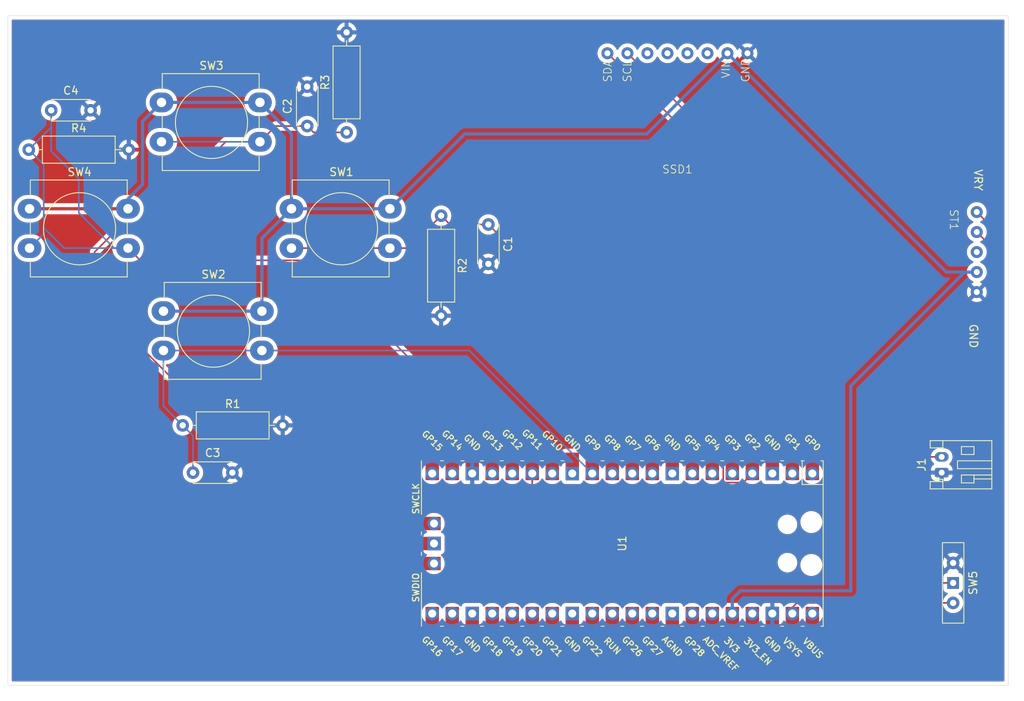
<source format=kicad_pcb>
(kicad_pcb (version 20240108) (generator "pcbnew") (generator_version "8.0")
  (layers (0 "F.Cu" signal) (31 "B.Cu" signal) (34 "B.Paste" user) (35 "F.Paste" user) (36 "B.SilkS" user "B.Silkscreen") (37 "F.SilkS" user "F.Silkscreen") (38 "B.Mask" user) (39 "F.Mask" user) (44 "Edge.Cuts" user))
  (net 0 "")
  (net 1 "/A")
  (net 2 "GND")
  (net 3 "/C")
  (net 4 "/B")
  (net 5 "/D")
  (net 6 "Net-(J1-Pin_2)")
  (net 9 "/SCL")
  (net 10 "+3.3V")
  (net 11 "/SDA")
  (net 15 "/VRX")
  (net 16 "/VRY")
  (net 17 "+3.7V")
  (footprint "Button_Switch_THT:SW_PUSH-12mm_Wuerth-430476085716" (layer "F.Cu") (at 161.5 70)
    (property "Reference" "SW3" (at 6.35 -4.66 0) (layer "F.SilkS"))
    (property "Value" "SW_Push")
    (fp_line (start 0.1 -3.65) (end 12.4 -3.65) (stroke (width 0.12)) (layer "F.SilkS"))
    (fp_line (start 0.1 -1.53) (end 0.1 -3.65) (stroke (width 0.12)) (layer "F.SilkS"))
    (fp_line (start 0.1 3.47) (end 0.1 1.53) (stroke (width 0.12)) (layer "F.SilkS"))
    (fp_line (start 0.1 8.65) (end 0.1 6.53) (stroke (width 0.12)) (layer "F.SilkS"))
    (fp_line (start 12.4 -3.65) (end 12.4 -1.53) (stroke (width 0.12)) (layer "F.SilkS"))
    (fp_line (start 12.4 1.53) (end 12.4 3.47) (stroke (width 0.12)) (layer "F.SilkS"))
    (fp_line (start 12.4 6.53) (end 12.4 8.65) (stroke (width 0.12)) (layer "F.SilkS"))
    (fp_line (start 12.4 8.65) (end 0.1 8.65) (stroke (width 0.12)) (layer "F.SilkS"))
    (fp_circle (center 6.35 2.54) (end 10.92905 2.54) (stroke (width 0.12)) (fill none) (layer "F.SilkS"))
    (pad "1" thru_hole oval (at 0 0) (size 3 2.5) (drill 1.2) (layers "*.Cu" "*.Mask") (net 10 "+3.3V"))
    (pad "1" thru_hole oval (at 12.5 0) (size 3 2.5) (drill 1.2) (layers "*.Cu" "*.Mask") (net 10 "+3.3V"))
    (pad "2" thru_hole oval (at 0 5) (size 3 2.5) (drill 1.2) (layers "*.Cu" "*.Mask") (net 3 "/C"))
    (pad "2" thru_hole oval (at 12.5 5) (size 3 2.5) (drill 1.2) (layers "*.Cu" "*.Mask") (net 3 "/C"))
  )
  (footprint "videogameFootprints:Screen" (layer "F.Cu") (at 227 79)
    (property "Reference" "SSD1" (at 0 -0.5 0) (layer "F.SilkS") (effects (font (thickness 0.1))))
    (property "Value" "~")
    (fp_text user "SCL" (at -5.77 -11.5 90) (layer "F.SilkS") (effects (font (thickness 0.1)) (justify left bottom)))
    (fp_text user "SDA" (at -8.27 -11.5 90) (layer "F.SilkS") (effects (font (thickness 0.1)) (justify left bottom)))
    (fp_text user "VIN" (at 6.73 -12 90) (layer "F.SilkS") (effects (font (thickness 0.1)) (justify left bottom)))
    (fp_text user "GND" (at 9.23 -11.5 90) (layer "F.SilkS") (effects (font (thickness 0.1)) (justify left bottom)))
    (pad "1" thru_hole circle (at -8.89 -15.24) (size 1.524 1.524) (drill 0.762) (layers "*.Cu" "*.Mask") (net 11 "/SDA"))
    (pad "2" thru_hole circle (at -6.35 -15.24) (size 1.524 1.524) (drill 0.762) (layers "*.Cu" "*.Mask") (net 9 "/SCL"))
    (pad "3" thru_hole circle (at -3.81 -15.24) (size 1.524 1.524) (drill 0.762) (layers "*.Cu" "*.Mask"))
    (pad "4" thru_hole circle (at -1.27 -15.24) (size 1.524 1.524) (drill 0.762) (layers "*.Cu" "*.Mask"))
    (pad "5" thru_hole circle (at 1.27 -15.24) (size 1.524 1.524) (drill 0.762) (layers "*.Cu" "*.Mask"))
    (pad "6" thru_hole circle (at 3.81 -15.24) (size 1.524 1.524) (drill 0.762) (layers "*.Cu" "*.Mask"))
    (pad "7" thru_hole circle (at 6.35 -15.24) (size 1.524 1.524) (drill 0.762) (layers "*.Cu" "*.Mask") (net 10 "+3.3V"))
    (pad "8" thru_hole circle (at 8.89 -15.24) (size 1.524 1.524) (drill 0.762) (layers "*.Cu" "*.Mask") (net 2 "GND"))
  )
  (footprint "Button_Switch_THT:SW_Slide-03_Wuerth-WS-SLTV_10x2.5x6.4_P2.54mm" (layer "F.Cu") (at 262 131 -90)
    (property "Reference" "SW5" (at 0 -2.54 90) (layer "F.SilkS"))
    (property "Value" "SW_Wuerth_450301014042")
    (fp_rect (start -5.11 -1.36) (end 5.11 1.36) (stroke (width 0.12)) (fill none) (layer "F.SilkS"))
    (pad "1" thru_hole rect (at 0 0 270) (size 1.5 1.5) (drill 0.8) (layers "*.Cu" "*.Mask") (net 6 "Net-(J1-Pin_2)"))
    (pad "2" thru_hole circle (at -2.54 0 270) (size 1.6 1.6) (drill 0.8) (layers "*.Cu" "*.Mask") (net 2 "GND"))
    (pad "3" thru_hole circle (at 2.54 0 270) (size 1.6 1.6) (drill 0.8) (layers "*.Cu" "*.Mask") (net 17 "+3.7V"))
  )
  (footprint "Connector_JST:JST_PH_S2B-PH-K_1x02_P2.00mm_Horizontal" (layer "F.Cu") (at 260.55 117 90)
    (property "Reference" "J1" (at 1 -2.55 90) (layer "F.SilkS"))
    (property "Value" "Conn_01x02")
    (fp_line (start 4.06 -1.46) (end 3.14 -1.46) (stroke (width 0.12)) (layer "F.SilkS"))
    (fp_line (start 3.14 -1.46) (end 3.14 0.14) (stroke (width 0.12)) (layer "F.SilkS"))
    (fp_line (start -1.14 -1.46) (end -2.06 -1.46) (stroke (width 0.12)) (layer "F.SilkS"))
    (fp_line (start -2.06 -1.46) (end -2.06 6.36) (stroke (width 0.12)) (layer "F.SilkS"))
    (fp_line (start 4.06 0.14) (end 3.14 0.14) (stroke (width 0.12)) (layer "F.SilkS"))
    (fp_line (start 3.14 0.14) (end 2.86 0.14) (stroke (width 0.12)) (layer "F.SilkS"))
    (fp_line (start -0.86 0.14) (end -0.86 -1.075) (stroke (width 0.12)) (layer "F.SilkS"))
    (fp_line (start -0.86 0.14) (end -1.14 0.14) (stroke (width 0.12)) (layer "F.SilkS"))
    (fp_line (start -1.14 0.14) (end -1.14 -1.46) (stroke (width 0.12)) (layer "F.SilkS"))
    (fp_line (start -2.06 0.14) (end -1.14 0.14) (stroke (width 0.12)) (layer "F.SilkS"))
    (fp_line (start 1.5 2) (end 1.5 6.36) (stroke (width 0.12)) (layer "F.SilkS"))
    (fp_line (start 0.5 2) (end 1.5 2) (stroke (width 0.12)) (layer "F.SilkS"))
    (fp_line (start 3.3 2.5) (end 3.3 4.1) (stroke (width 0.12)) (layer "F.SilkS"))
    (fp_line (start 2.3 2.5) (end 3.3 2.5) (stroke (width 0.12)) (layer "F.SilkS"))
    (fp_line (start -0.3 2.5) (end -1.3 2.5) (stroke (width 0.12)) (layer "F.SilkS"))
    (fp_line (start -1.3 2.5) (end -1.3 4.1) (stroke (width 0.12)) (layer "F.SilkS"))
    (fp_line (start 3.3 4.1) (end 2.3 4.1) (stroke (width 0.12)) (layer "F.SilkS"))
    (fp_line (start 2.3 4.1) (end 2.3 2.5) (stroke (width 0.12)) (layer "F.SilkS"))
    (fp_line (start -0.3 4.1) (end -0.3 2.5) (stroke (width 0.12)) (layer "F.SilkS"))
    (fp_line (start -0.3 4.1) (end -0.3 6.36) (stroke (width 0.12)) (layer "F.SilkS"))
    (fp_line (start -0.8 4.1) (end -0.8 6.36) (stroke (width 0.12)) (layer "F.SilkS"))
    (fp_line (start -1.3 4.1) (end -0.3 4.1) (stroke (width 0.12)) (layer "F.SilkS"))
    (fp_line (start 4.06 6.36) (end 4.06 -1.46) (stroke (width 0.12)) (layer "F.SilkS"))
    (fp_line (start 0.5 6.36) (end 0.5 2) (stroke (width 0.12)) (layer "F.SilkS"))
    (fp_line (start -2.06 6.36) (end 4.06 6.36) (stroke (width 0.12)) (layer "F.SilkS"))
    (pad "1" thru_hole roundrect (at 0 0 90) (size 1.2 1.75) (drill 0.75) (layers "*.Cu" "*.Mask") (roundrect_rratio 0.208333) (net 2 "GND"))
    (pad "2" thru_hole oval (at 2 0 90) (size 1.2 1.75) (drill 0.75) (layers "*.Cu" "*.Mask") (net 6 "Net-(J1-Pin_2)"))
  )
  (footprint "Button_Switch_THT:SW_PUSH-12mm_Wuerth-430476085716" (layer "F.Cu") (at 178 83.5)
    (property "Reference" "SW1" (at 6.35 -4.66 0) (layer "F.SilkS"))
    (property "Value" "SW_Push")
    (fp_line (start 0.1 -3.65) (end 12.4 -3.65) (stroke (width 0.12)) (layer "F.SilkS"))
    (fp_line (start 0.1 -1.53) (end 0.1 -3.65) (stroke (width 0.12)) (layer "F.SilkS"))
    (fp_line (start 0.1 3.47) (end 0.1 1.53) (stroke (width 0.12)) (layer "F.SilkS"))
    (fp_line (start 0.1 8.65) (end 0.1 6.53) (stroke (width 0.12)) (layer "F.SilkS"))
    (fp_line (start 12.4 -3.65) (end 12.4 -1.53) (stroke (width 0.12)) (layer "F.SilkS"))
    (fp_line (start 12.4 1.53) (end 12.4 3.47) (stroke (width 0.12)) (layer "F.SilkS"))
    (fp_line (start 12.4 6.53) (end 12.4 8.65) (stroke (width 0.12)) (layer "F.SilkS"))
    (fp_line (start 12.4 8.65) (end 0.1 8.65) (stroke (width 0.12)) (layer "F.SilkS"))
    (fp_circle (center 6.35 2.54) (end 10.92905 2.54) (stroke (width 0.12)) (fill none) (layer "F.SilkS"))
    (pad "1" thru_hole oval (at 0 0) (size 3 2.5) (drill 1.2) (layers "*.Cu" "*.Mask") (net 10 "+3.3V"))
    (pad "1" thru_hole oval (at 12.5 0) (size 3 2.5) (drill 1.2) (layers "*.Cu" "*.Mask") (net 10 "+3.3V"))
    (pad "2" thru_hole oval (at 0 5) (size 3 2.5) (drill 1.2) (layers "*.Cu" "*.Mask") (net 1 "/A"))
    (pad "2" thru_hole oval (at 12.5 5) (size 3 2.5) (drill 1.2) (layers "*.Cu" "*.Mask") (net 1 "/A"))
  )
  (footprint "Resistor_THT:R_Axial_DIN0309_L9.0mm_D3.2mm_P12.70mm_Horizontal" (layer "F.Cu") (at 185 73.81 90)
    (property "Reference" "R3" (at 6.35 -2.72 90) (layer "F.SilkS"))
    (property "Value" "R")
    (fp_line (start 10.97 -1.72) (end 1.73 -1.72) (stroke (width 0.12)) (layer "F.SilkS"))
    (fp_line (start 1.73 -1.72) (end 1.73 1.72) (stroke (width 0.12)) (layer "F.SilkS"))
    (fp_line (start 11.66 0) (end 10.97 0) (stroke (width 0.12)) (layer "F.SilkS"))
    (fp_line (start 1.04 0) (end 1.73 0) (stroke (width 0.12)) (layer "F.SilkS"))
    (fp_line (start 10.97 1.72) (end 10.97 -1.72) (stroke (width 0.12)) (layer "F.SilkS"))
    (fp_line (start 1.73 1.72) (end 10.97 1.72) (stroke (width 0.12)) (layer "F.SilkS"))
    (pad "1" thru_hole circle (at 0 0 90) (size 1.6 1.6) (drill 0.8) (layers "*.Cu" "*.Mask") (net 3 "/C"))
    (pad "2" thru_hole oval (at 12.7 0 90) (size 1.6 1.6) (drill 0.8) (layers "*.Cu" "*.Mask") (net 2 "GND"))
  )
  (footprint "Button_Switch_THT:SW_PUSH-12mm_Wuerth-430476085716" (layer "F.Cu") (at 144.75 83.5)
    (property "Reference" "SW4" (at 6.35 -4.66 0) (layer "F.SilkS"))
    (property "Value" "SW_Push")
    (fp_line (start 0.1 -3.65) (end 12.4 -3.65) (stroke (width 0.12)) (layer "F.SilkS"))
    (fp_line (start 0.1 -1.53) (end 0.1 -3.65) (stroke (width 0.12)) (layer "F.SilkS"))
    (fp_line (start 0.1 3.47) (end 0.1 1.53) (stroke (width 0.12)) (layer "F.SilkS"))
    (fp_line (start 0.1 8.65) (end 0.1 6.53) (stroke (width 0.12)) (layer "F.SilkS"))
    (fp_line (start 12.4 -3.65) (end 12.4 -1.53) (stroke (width 0.12)) (layer "F.SilkS"))
    (fp_line (start 12.4 1.53) (end 12.4 3.47) (stroke (width 0.12)) (layer "F.SilkS"))
    (fp_line (start 12.4 6.53) (end 12.4 8.65) (stroke (width 0.12)) (layer "F.SilkS"))
    (fp_line (start 12.4 8.65) (end 0.1 8.65) (stroke (width 0.12)) (layer "F.SilkS"))
    (fp_circle (center 6.35 2.54) (end 10.92905 2.54) (stroke (width 0.12)) (fill none) (layer "F.SilkS"))
    (pad "1" thru_hole oval (at 0 0) (size 3 2.5) (drill 1.2) (layers "*.Cu" "*.Mask") (net 10 "+3.3V"))
    (pad "1" thru_hole oval (at 12.5 0) (size 3 2.5) (drill 1.2) (layers "*.Cu" "*.Mask") (net 10 "+3.3V"))
    (pad "2" thru_hole oval (at 0 5) (size 3 2.5) (drill 1.2) (layers "*.Cu" "*.Mask") (net 5 "/D"))
    (pad "2" thru_hole oval (at 12.5 5) (size 3 2.5) (drill 1.2) (layers "*.Cu" "*.Mask") (net 5 "/D"))
  )
  (footprint "Resistor_THT:R_Axial_DIN0309_L9.0mm_D3.2mm_P12.70mm_Horizontal" (layer "F.Cu") (at 144.65 76)
    (property "Reference" "R4" (at 6.35 -2.72 0) (layer "F.SilkS"))
    (property "Value" "R")
    (fp_line (start 1.04 0) (end 1.73 0) (stroke (width 0.12)) (layer "F.SilkS"))
    (fp_line (start 1.73 -1.72) (end 1.73 1.72) (stroke (width 0.12)) (layer "F.SilkS"))
    (fp_line (start 1.73 1.72) (end 10.97 1.72) (stroke (width 0.12)) (layer "F.SilkS"))
    (fp_line (start 10.97 -1.72) (end 1.73 -1.72) (stroke (width 0.12)) (layer "F.SilkS"))
    (fp_line (start 10.97 1.72) (end 10.97 -1.72) (stroke (width 0.12)) (layer "F.SilkS"))
    (fp_line (start 11.66 0) (end 10.97 0) (stroke (width 0.12)) (layer "F.SilkS"))
    (pad "1" thru_hole circle (at 0 0) (size 1.6 1.6) (drill 0.8) (layers "*.Cu" "*.Mask") (net 5 "/D"))
    (pad "2" thru_hole oval (at 12.7 0) (size 1.6 1.6) (drill 0.8) (layers "*.Cu" "*.Mask") (net 2 "GND"))
  )
  (footprint "PICOFOOTPRINTLIB:RPi_Pico_SMD_TH" (layer "F.Cu") (at 220 126 -90)
    (property "Reference" "U1" (at 0 0 90) (layer "F.SilkS"))
    (property "Value" "Pico")
    (fp_line (start -3.7 25.5) (end -10.5 25.5) (stroke (width 0.12)) (layer "F.SilkS"))
    (fp_line (start -1.5 25.5) (end -1.1 25.5) (stroke (width 0.12)) (layer "F.SilkS"))
    (fp_line (start 1.1 25.5) (end 1.5 25.5) (stroke (width 0.12)) (layer "F.SilkS"))
    (fp_line (start 10.5 25.5) (end 3.7 25.5) (stroke (width 0.12)) (layer "F.SilkS"))
    (fp_line (start -10.5 22.7) (end -10.5 23.1) (stroke (width 0.12)) (layer "F.SilkS"))
    (fp_line (start 10.5 22.7) (end 10.5 23.1) (stroke (width 0.12)) (layer "F.SilkS"))
    (fp_line (start -10.5 20.1) (end -10.5 20.5) (stroke (width 0.12)) (layer "F.SilkS"))
    (fp_line (start 10.5 20.1) (end 10.5 20.5) (stroke (width 0.12)) (layer "F.SilkS"))
    (fp_line (start -10.5 17.6) (end -10.5 18) (stroke (width 0.12)) (layer "F.SilkS"))
    (fp_line (start 10.5 17.6) (end 10.5 18) (stroke (width 0.12)) (layer "F.SilkS"))
    (fp_line (start -10.5 15.1) (end -10.5 15.5) (stroke (width 0.12)) (layer "F.SilkS"))
    (fp_line (start 10.5 15.1) (end 10.5 15.5) (stroke (width 0.12)) (layer "F.SilkS"))
    (fp_line (start -10.5 12.5) (end -10.5 12.9) (stroke (width 0.12)) (layer "F.SilkS"))
    (fp_line (start 10.5 12.5) (end 10.5 12.9) (stroke (width 0.12)) (layer "F.SilkS"))
    (fp_line (start -10.5 10) (end -10.5 10.4) (stroke (width 0.12)) (layer "F.SilkS"))
    (fp_line (start 10.5 10) (end 10.5 10.4) (stroke (width 0.12)) (layer "F.SilkS"))
    (fp_line (start -10.5 7.4) (end -10.5 7.8) (stroke (width 0.12)) (layer "F.SilkS"))
    (fp_line (start 10.5 7.4) (end 10.5 7.8) (stroke (width 0.12)) (layer "F.SilkS"))
    (fp_line (start -10.5 4.9) (end -10.5 5.3) (stroke (width 0.12)) (layer "F.SilkS"))
    (fp_line (start 10.5 4.9) (end 10.5 5.3) (stroke (width 0.12)) (layer "F.SilkS"))
    (fp_line (start -10.5 2.3) (end -10.5 2.7) (stroke (width 0.12)) (layer "F.SilkS"))
    (fp_line (start 10.5 2.3) (end 10.5 2.7) (stroke (width 0.12)) (layer "F.SilkS"))
    (fp_line (start -10.5 -0.2) (end -10.5 0.2) (stroke (width 0.12)) (layer "F.SilkS"))
    (fp_line (start 10.5 -0.2) (end 10.5 0.2) (stroke (width 0.12)) (layer "F.SilkS"))
    (fp_line (start -10.5 -2.7) (end -10.5 -2.3) (stroke (width 0.12)) (layer "F.SilkS"))
    (fp_line (start 10.5 -2.7) (end 10.5 -2.3) (stroke (width 0.12)) (layer "F.SilkS"))
    (fp_line (start -10.5 -5.3) (end -10.5 -4.9) (stroke (width 0.12)) (layer "F.SilkS"))
    (fp_line (start 10.5 -5.3) (end 10.5 -4.9) (stroke (width 0.12)) (layer "F.SilkS"))
    (fp_line (start -10.5 -7.8) (end -10.5 -7.4) (stroke (width 0.12)) (layer "F.SilkS"))
    (fp_line (start 10.5 -7.8) (end 10.5 -7.4) (stroke (width 0.12)) (layer "F.SilkS"))
    (fp_line (start -10.5 -10.4) (end -10.5 -10) (stroke (width 0.12)) (layer "F.SilkS"))
    (fp_line (start 10.5 -10.4) (end 10.5 -10) (stroke (width 0.12)) (layer "F.SilkS"))
    (fp_line (start -10.5 -12.9) (end -10.5 -12.5) (stroke (width 0.12)) (layer "F.SilkS"))
    (fp_line (start 10.5 -12.9) (end 10.5 -12.5) (stroke (width 0.12)) (layer "F.SilkS"))
    (fp_line (start -10.5 -15.4) (end -10.5 -15) (stroke (width 0.12)) (layer "F.SilkS"))
    (fp_line (start 10.5 -15.4) (end 10.5 -15) (stroke (width 0.12)) (layer "F.SilkS"))
    (fp_line (start -10.5 -18) (end -10.5 -17.6) (stroke (width 0.12)) (layer "F.SilkS"))
    (fp_line (start 10.5 -18) (end 10.5 -17.6) (stroke (width 0.12)) (layer "F.SilkS"))
    (fp_line (start -10.5 -20.5) (end -10.5 -20.1) (stroke (width 0.12)) (layer "F.SilkS"))
    (fp_line (start 10.5 -20.5) (end 10.5 -20.1) (stroke (width 0.12)) (layer "F.SilkS"))
    (fp_line (start -10.5 -22.833) (end -7.493 -22.833) (stroke (width 0.12)) (layer "F.SilkS"))
    (fp_line (start -7.493 -22.833) (end -7.493 -25.5) (stroke (width 0.12)) (layer "F.SilkS"))
    (fp_line (start -10.5 -23.1) (end -10.5 -22.7) (stroke (width 0.12)) (layer "F.SilkS"))
    (fp_line (start 10.5 -23.1) (end 10.5 -22.7) (stroke (width 0.12)) (layer "F.SilkS"))
    (fp_line (start -10.5 -25.5) (end -10.5 -25.2) (stroke (width 0.12)) (layer "F.SilkS"))
    (fp_line (start -10.5 -25.5) (end 10.5 -25.5) (stroke (width 0.12)) (layer "F.SilkS"))
    (fp_line (start 10.5 -25.5) (end 10.5 -25.2) (stroke (width 0.12)) (layer "F.SilkS"))
    (fp_text user "GP0" (at -12.8 -24.13 135) (layer "F.SilkS") (effects (font (size 0.8 0.8))))
    (fp_text user "GP13" (at -13.054 16.51 135) (layer "F.SilkS") (effects (font (size 0.8 0.8))))
    (fp_text user "GP12" (at -13.2 13.97 135) (layer "F.SilkS") (effects (font (size 0.8 0.8))))
    (fp_text user "GP10" (at -13.054 8.89 135) (layer "F.SilkS") (effects (font (size 0.8 0.8))))
    (fp_text user "GP1" (at -12.9 -21.6 135) (layer "F.SilkS") (effects (font (size 0.8 0.8))))
    (fp_text user "GP17" (at 13.054 21.59 135) (layer "F.SilkS") (effects (font (size 0.8 0.8))))
    (fp_text user "GND" (at -12.8 -19.05 135) (layer "F.SilkS") (effects (font (size 0.8 0.8))))
    (fp_text user "ADC_VREF" (at 14 -12.5 135) (layer "F.SilkS") (effects (font (size 0.8 0.8))))
    (fp_text user "VBUS" (at 13.3 -24.2 135) (layer "F.SilkS") (effects (font (size 0.8 0.8))))
    (fp_text user "GP11" (at -13.2 11.43 135) (layer "F.SilkS") (effects (font (size 0.8 0.8))))
    (fp_text user "GP28" (at 13.054 -9.144 135) (layer "F.SilkS") (effects (font (size 0.8 0.8))))
    (fp_text user "GND" (at 12.8 -19.05 135) (layer "F.SilkS") (effects (font (size 0.8 0.8))))
    (fp_text user "GND" (at -12.8 6.35 135) (layer "F.SilkS") (effects (font (size 0.8 0.8))))
    (fp_text user "AGND" (at 13.054 -6.35 135) (layer "F.SilkS") (effects (font (size 0.8 0.8))))
    (fp_text user "GP18" (at 13.054 16.51 135) (layer "F.SilkS") (effects (font (size 0.8 0.8))))
    (fp_text user "3V3" (at 12.9 -13.9 135) (layer "F.SilkS") (effects (font (size 0.8 0.8))))
    (fp_text user "GP2" (at -12.9 -16.51 135) (layer "F.SilkS") (effects (font (size 0.8 0.8))))
    (fp_text user "GP8" (at -12.8 1.27 135) (layer "F.SilkS") (effects (font (size 0.8 0.8))))
    (fp_text user "GP4" (at -12.8 -11.43 135) (layer "F.SilkS") (effects (font (size 0.8 0.8))))
    (fp_text user "GP3" (at -12.8 -13.97 135) (layer "F.SilkS") (effects (font (size 0.8 0.8))))
    (fp_text user "GP9" (at -12.8 3.81 135) (layer "F.SilkS") (effects (font (size 0.8 0.8))))
    (fp_text user "GND" (at -12.8 -6.35 135) (layer "F.SilkS") (effects (font (size 0.8 0.8))))
    (fp_text user "GND" (at 12.8 19.05 135) (layer "F.SilkS") (effects (font (size 0.8 0.8))))
    (fp_text user "GP5" (at -12.8 -8.89 135) (layer "F.SilkS") (effects (font (size 0.8 0.8))))
    (fp_text user "GND" (at -12.8 19.05 135) (layer "F.SilkS") (effects (font (size 0.8 0.8))))
    (fp_text user "SWDIO" (at 5.6 26.2 90) (layer "F.SilkS") (effects (font (size 0.8 0.8))))
    (fp_text user "SWCLK" (at -5.7 26.2 90) (layer "F.SilkS") (effects (font (size 0.8 0.8))))
    (fp_text user "GP15" (at -13.054 24.13 135) (layer "F.SilkS") (effects (font (size 0.8 0.8))))
    (fp_text user "GP20" (at 13.054 11.43 135) (layer "F.SilkS") (effects (font (size 0.8 0.8))))
    (fp_text user "GP14" (at -13.1 21.59 135) (layer "F.SilkS") (effects (font (size 0.8 0.8))))
    (fp_text user "GP19" (at 13.054 13.97 135) (layer "F.SilkS") (effects (font (size 0.8 0.8))))
    (fp_text user "GP6" (at -12.8 -3.81 135) (layer "F.SilkS") (effects (font (size 0.8 0.8))))
    (fp_text user "GP26" (at 13.054 -1.27 135) (layer "F.SilkS") (effects (font (size 0.8 0.8))))
    (fp_text user "GND" (at 12.8 6.35 135) (layer "F.SilkS") (effects (font (size 0.8 0.8))))
    (fp_text user "GP7" (at -12.7 -1.3 135) (layer "F.SilkS") (effects (font (size 0.8 0.8))))
    (fp_text user "GP16" (at 13.054 24.13 135) (layer "F.SilkS") (effects (font (size 0.8 0.8))))
    (fp_text user "VSYS" (at 13.2 -21.59 135) (layer "F.SilkS") (effects (font (size 0.8 0.8))))
    (fp_text user "GP22" (at 13.054 3.81 135) (layer "F.SilkS") (effects (font (size 0.8 0.8))))
    (fp_text user "RUN" (at 13 1.27 135) (layer "F.SilkS") (effects (font (size 0.8 0.8))))
    (fp_text user "GP21" (at 13.054 8.9 135) (layer "F.SilkS") (effects (font (size 0.8 0.8))))
    (fp_text user "3V3_EN" (at 13.7 -17.2 135) (layer "F.SilkS") (effects (font (size 0.8 0.8))))
    (fp_text user "GP27" (at 13.054 -3.8 135) (layer "F.SilkS") (effects (font (size 0.8 0.8))))
    (pad "" np_thru_hole oval (at -2.725 -24 270) (size 1.8 1.8) (drill 1.8) (layers "*.Cu" "*.Mask"))
    (pad "" np_thru_hole oval (at -2.425 -20.97 270) (size 1.5 1.5) (drill 1.5) (layers "*.Cu" "*.Mask"))
    (pad "" np_thru_hole oval (at 2.425 -20.97 270) (size 1.5 1.5) (drill 1.5) (layers "*.Cu" "*.Mask"))
    (pad "" np_thru_hole oval (at 2.725 -24 270) (size 1.8 1.8) (drill 1.8) (layers "*.Cu" "*.Mask"))
    (pad "1" thru_hole oval (at -8.89 -24.13 270) (size 1.7 1.7) (drill 1.02) (layers "*.Cu" "*.Mask"))
    (pad "1" smd rect (at -8.89 -24.13 270) (size 3.5 1.7) (drill (offset -0.9 0)) (layers "F.Cu" "F.Mask"))
    (pad "2" thru_hole oval (at -8.89 -21.59 270) (size 1.7 1.7) (drill 1.02) (layers "*.Cu" "*.Mask"))
    (pad "2" smd rect (at -8.89 -21.59 270) (size 3.5 1.7) (drill (offset -0.9 0)) (layers "F.Cu" "F.Mask"))
    (pad "3" thru_hole rect (at -8.89 -19.05 270) (size 1.7 1.7) (drill 1.02) (layers "*.Cu" "*.Mask"))
    (pad "3" smd rect (at -8.89 -19.05 270) (size 3.5 1.7) (drill (offset -0.9 0)) (layers "F.Cu" "F.Mask"))
    (pad "4" thru_hole oval (at -8.89 -16.51 270) (size 1.7 1.7) (drill 1.02) (layers "*.Cu" "*.Mask") (net 11 "/SDA"))
    (pad "4" smd rect (at -8.89 -16.51 270) (size 3.5 1.7) (drill (offset -0.9 0)) (layers "F.Cu" "F.Mask") (net 11 "/SDA"))
    (pad "5" thru_hole oval (at -8.89 -13.97 270) (size 1.7 1.7) (drill 1.02) (layers "*.Cu" "*.Mask") (net 9 "/SCL"))
    (pad "5" smd rect (at -8.89 -13.97 270) (size 3.5 1.7) (drill (offset -0.9 0)) (layers "F.Cu" "F.Mask") (net 9 "/SCL"))
    (pad "6" thru_hole oval (at -8.89 -11.43 270) (size 1.7 1.7) (drill 1.02) (layers "*.Cu" "*.Mask"))
    (pad "6" smd rect (at -8.89 -11.43 270) (size 3.5 1.7) (drill (offset -0.9 0)) (layers "F.Cu" "F.Mask"))
    (pad "7" thru_hole oval (at -8.89 -8.89 270) (size 1.7 1.7) (drill 1.02) (layers "*.Cu" "*.Mask"))
    (pad "7" smd rect (at -8.89 -8.89 270) (size 3.5 1.7) (drill (offset -0.9 0)) (layers "F.Cu" "F.Mask"))
    (pad "8" thru_hole rect (at -8.89 -6.35 270) (size 1.7 1.7) (drill 1.02) (layers "*.Cu" "*.Mask"))
    (pad "8" smd rect (at -8.89 -6.35 270) (size 3.5 1.7) (drill (offset -0.9 0)) (layers "F.Cu" "F.Mask"))
    (pad "9" thru_hole oval (at -8.89 -3.81 270) (size 1.7 1.7) (drill 1.02) (layers "*.Cu" "*.Mask"))
    (pad "9" smd rect (at -8.89 -3.81 270) (size 3.5 1.7) (drill (offset -0.9 0)) (layers "F.Cu" "F.Mask"))
    (pad "10" thru_hole oval (at -8.89 -1.27 270) (size 1.7 1.7) (drill 1.02) (layers "*.Cu" "*.Mask"))
    (pad "10" smd rect (at -8.89 -1.27 270) (size 3.5 1.7) (drill (offset -0.9 0)) (layers "F.Cu" "F.Mask"))
    (pad "11" thru_hole oval (at -8.89 1.27 270) (size 1.7 1.7) (drill 1.02) (layers "*.Cu" "*.Mask") (net 1 "/A"))
    (pad "11" smd rect (at -8.89 1.27 270) (size 3.5 1.7) (drill (offset -0.9 0)) (layers "F.Cu" "F.Mask") (net 1 "/A"))
    (pad "12" thru_hole oval (at -8.89 3.81 270) (size 1.7 1.7) (drill 1.02) (layers "*.Cu" "*.Mask") (net 4 "/B"))
    (pad "12" smd rect (at -8.89 3.81 270) (size 3.5 1.7) (drill (offset -0.9 0)) (layers "F.Cu" "F.Mask") (net 4 "/B"))
    (pad "13" thru_hole rect (at -8.89 6.35 270) (size 1.7 1.7) (drill 1.02) (layers "*.Cu" "*.Mask"))
    (pad "13" smd rect (at -8.89 6.35 270) (size 3.5 1.7) (drill (offset -0.9 0)) (layers "F.Cu" "F.Mask"))
    (pad "14" thru_hole oval (at -8.89 8.89 270) (size 1.7 1.7) (drill 1.02) (layers "*.Cu" "*.Mask"))
    (pad "14" smd rect (at -8.89 8.89 270) (size 3.5 1.7) (drill (offset -0.9 0)) (layers "F.Cu" "F.Mask"))
    (pad "15" thru_hole oval (at -8.89 11.43 270) (size 1.7 1.7) (drill 1.02) (layers "*.Cu" "*.Mask") (net 3 "/C"))
    (pad "15" smd rect (at -8.89 11.43 270) (size 3.5 1.7) (drill (offset -0.9 0)) (layers "F.Cu" "F.Mask") (net 3 "/C"))
    (pad "16" thru_hole oval (at -8.89 13.97 270) (size 1.7 1.7) (drill 1.02) (layers "*.Cu" "*.Mask") (net 5 "/D"))
    (pad "16" smd rect (at -8.89 13.97 270) (size 3.5 1.7) (drill (offset -0.9 0)) (layers "F.Cu" "F.Mask") (net 5 "/D"))
    (pad "17" thru_hole oval (at -8.89 16.51 270) (size 1.7 1.7) (drill 1.02) (layers "*.Cu" "*.Mask"))
    (pad "17" smd rect (at -8.89 16.51 270) (size 3.5 1.7) (drill (offset -0.9 0)) (layers "F.Cu" "F.Mask"))
    (pad "18" thru_hole rect (at -8.89 19.05 270) (size 1.7 1.7) (drill 1.02) (layers "*.Cu" "*.Mask") (net 2 "GND"))
    (pad "18" smd rect (at -8.89 19.05 270) (size 3.5 1.7) (drill (offset -0.9 0)) (layers "F.Cu" "F.Mask") (net 2 "GND"))
    (pad "19" thru_hole oval (at -8.89 21.59 270) (size 1.7 1.7) (drill 1.02) (layers "*.Cu" "*.Mask"))
    (pad "19" smd rect (at -8.89 21.59 270) (size 3.5 1.7) (drill (offset -0.9 0)) (layers "F.Cu" "F.Mask"))
    (pad "20" thru_hole oval (at -8.89 24.13 270) (size 1.7 1.7) (drill 1.02) (layers "*.Cu" "*.Mask"))
    (pad "20" smd rect (at -8.89 24.13 270) (size 3.5 1.7) (drill (offset -0.9 0)) (layers "F.Cu" "F.Mask"))
    (pad "21" thru_hole oval (at 8.89 24.13 270) (size 1.7 1.7) (drill 1.02) (layers "*.Cu" "*.Mask"))
    (pad "21" smd rect (at 8.89 24.13 270) (size 3.5 1.7) (drill (offset 0.9 0)) (layers "F.Cu" "F.Mask"))
    (pad "22" thru_hole oval (at 8.89 21.59 270) (size 1.7 1.7) (drill 1.02) (layers "*.Cu" "*.Mask"))
    (pad "22" smd rect (at 8.89 21.59 270) (size 3.5 1.7) (drill (offset 0.9 0)) (layers "F.Cu" "F.Mask"))
    (pad "23" thru_hole rect (at 8.89 19.05 270) (size 1.7 1.7) (drill 1.02) (layers "*.Cu" "*.Mask"))
    (pad "23" smd rect (at 8.89 19.05 270) (size 3.5 1.7) (drill (offset 0.9 0)) (layers "F.Cu" "F.Mask"))
    (pad "24" thru_hole oval (at 8.89 16.51 270) (size 1.7 1.7) (drill 1.02) (layers "*.Cu" "*.Mask"))
    (pad "24" smd rect (at 8.89 16.51 270) (size 3.5 1.7) (drill (offset 0.9 0)) (layers "F.Cu" "F.Mask"))
    (pad "25" thru_hole oval (at 8.89 13.97 270) (size 1.7 1.7) (drill 1.02) (layers "*.Cu" "*.Mask"))
    (pad "25" smd rect (at 8.89 13.97 270) (size 3.5 1.7) (drill (offset 0.9 0)) (layers "F.Cu" "F.Mask"))
    (pad "26" thru_hole oval (at 8.89 11.43 270) (size 1.7 1.7) (drill 1.02) (layers "*.Cu" "*.Mask"))
    (pad "26" smd rect (at 8.89 11.43 270) (size 3.5 1.7) (drill (offset 0.9 0)) (layers "F.Cu" "F.Mask"))
    (pad "27" thru_hole oval (at 8.89 8.89 270) (size 1.7 1.7) (drill 1.02) (layers "*.Cu" "*.Mask"))
    (pad "27" smd rect (at 8.89 8.89 270) (size 3.5 1.7) (drill (offset 0.9 0)) (layers "F.Cu" "F.Mask"))
    (pad "28" thru_hole rect (at 8.89 6.35 270) (size 1.7 1.7) (drill 1.02) (layers "*.Cu" "*.Mask"))
    (pad "28" smd rect (at 8.89 6.35 270) (size 3.5 1.7) (drill (offset 0.9 0)) (layers "F.Cu" "F.Mask"))
    (pad "29" thru_hole oval (at 8.89 3.81 270) (size 1.7 1.7) (drill 1.02) (layers "*.Cu" "*.Mask"))
    (pad "29" smd rect (at 8.89 3.81 270) (size 3.5 1.7) (drill (offset 0.9 0)) (layers "F.Cu" "F.Mask"))
    (pad "30" thru_hole oval (at 8.89 1.27 270) (size 1.7 1.7) (drill 1.02) (layers "*.Cu" "*.Mask"))
    (pad "30" smd rect (at 8.89 1.27 270) (size 3.5 1.7) (drill (offset 0.9 0)) (layers "F.Cu" "F.Mask"))
    (pad "31" thru_hole oval (at 8.89 -1.27 270) (size 1.7 1.7) (drill 1.02) (layers "*.Cu" "*.Mask") (net 16 "/VRY"))
    (pad "31" smd rect (at 8.89 -1.27 270) (size 3.5 1.7) (drill (offset 0.9 0)) (layers "F.Cu" "F.Mask") (net 16 "/VRY"))
    (pad "32" thru_hole oval (at 8.89 -3.81 270) (size 1.7 1.7) (drill 1.02) (layers "*.Cu" "*.Mask") (net 15 "/VRX"))
    (pad "32" smd rect (at 8.89 -3.81 270) (size 3.5 1.7) (drill (offset 0.9 0)) (layers "F.Cu" "F.Mask") (net 15 "/VRX"))
    (pad "33" thru_hole rect (at 8.89 -6.35 270) (size 1.7 1.7) (drill 1.02) (layers "*.Cu" "*.Mask"))
    (pad "33" smd rect (at 8.89 -6.35 270) (size 3.5 1.7) (drill (offset 0.9 0)) (layers "F.Cu" "F.Mask"))
    (pad "34" thru_hole oval (at 8.89 -8.89 270) (size 1.7 1.7) (drill 1.02) (layers "*.Cu" "*.Mask"))
    (pad "34" smd rect (at 8.89 -8.89 270) (size 3.5 1.7) (drill (offset 0.9 0)) (layers "F.Cu" "F.Mask"))
    (pad "35" thru_hole oval (at 8.89 -11.43 270) (size 1.7 1.7) (drill 1.02) (layers "*.Cu" "*.Mask"))
    (pad "35" smd rect (at 8.89 -11.43 270) (size 3.5 1.7) (drill (offset 0.9 0)) (layers "F.Cu" "F.Mask"))
    (pad "36" thru_hole oval (at 8.89 -13.97 270) (size 1.7 1.7) (drill 1.02) (layers "*.Cu" "*.Mask") (net 10 "+3.3V"))
    (pad "36" smd rect (at 8.89 -13.97 270) (size 3.5 1.7) (drill (offset 0.9 0)) (layers "F.Cu" "F.Mask") (net 10 "+3.3V"))
    (pad "37" thru_hole oval (at 8.89 -16.51 270) (size 1.7 1.7) (drill 1.02) (layers "*.Cu" "*.Mask"))
    (pad "37" smd rect (at 8.89 -16.51 270) (size 3.5 1.7) (drill (offset 0.9 0)) (layers "F.Cu" "F.Mask"))
    (pad "38" thru_hole rect (at 8.89 -19.05 270) (size 1.7 1.7) (drill 1.02) (layers "*.Cu" "*.Mask") (net 2 "GND"))
    (pad "38" smd rect (at 8.89 -19.05 270) (size 3.5 1.7) (drill (offset 0.9 0)) (layers "F.Cu" "F.Mask") (net 2 "GND"))
    (pad "39" thru_hole oval (at 8.89 -21.59 270) (size 1.7 1.7) (drill 1.02) (layers "*.Cu" "*.Mask") (net 17 "+3.7V"))
    (pad "39" smd rect (at 8.89 -21.59 270) (size 3.5 1.7) (drill (offset 0.9 0)) (layers "F.Cu" "F.Mask") (net 17 "+3.7V"))
    (pad "40" thru_hole oval (at 8.89 -24.13 270) (size 1.7 1.7) (drill 1.02) (layers "*.Cu" "*.Mask"))
    (pad "40" smd rect (at 8.89 -24.13 270) (size 3.5 1.7) (drill (offset 0.9 0)) (layers "F.Cu" "F.Mask"))
    (pad "41" thru_hole oval (at -2.54 23.9 270) (size 1.7 1.7) (drill 1.02) (layers "*.Cu" "*.Mask"))
    (pad "41" smd rect (at -2.54 23.9) (size 3.5 1.7) (drill (offset -0.9 0)) (layers "F.Cu" "F.Mask"))
    (pad "42" thru_hole rect (at 0 23.9 270) (size 1.7 1.7) (drill 1.02) (layers "*.Cu" "*.Mask"))
    (pad "42" smd rect (at 0 23.9) (size 3.5 1.7) (drill (offset -0.9 0)) (layers "F.Cu" "F.Mask"))
    (pad "43" thru_hole oval (at 2.54 23.9 270) (size 1.7 1.7) (drill 1.02) (layers "*.Cu" "*.Mask"))
    (pad "43" smd rect (at 2.54 23.9) (size 3.5 1.7) (drill (offset -0.9 0)) (layers "F.Cu" "F.Mask"))
  )
  (footprint "Resistor_THT:R_Axial_DIN0309_L9.0mm_D3.2mm_P12.70mm_Horizontal" (layer "F.Cu") (at 197 84.38 -90)
    (property "Reference" "R2" (at 6.35 -2.72 -90) (layer "F.SilkS"))
    (property "Value" "R")
    (fp_line (start 1.73 1.72) (end 10.97 1.72) (stroke (width 0.12)) (layer "F.SilkS"))
    (fp_line (start 10.97 1.72) (end 10.97 -1.72) (stroke (width 0.12)) (layer "F.SilkS"))
    (fp_line (start 1.04 0) (end 1.73 0) (stroke (width 0.12)) (layer "F.SilkS"))
    (fp_line (start 11.66 0) (end 10.97 0) (stroke (width 0.12)) (layer "F.SilkS"))
    (fp_line (start 1.73 -1.72) (end 1.73 1.72) (stroke (width 0.12)) (layer "F.SilkS"))
    (fp_line (start 10.97 -1.72) (end 1.73 -1.72) (stroke (width 0.12)) (layer "F.SilkS"))
    (pad "1" thru_hole circle (at 0 0 270) (size 1.6 1.6) (drill 0.8) (layers "*.Cu" "*.Mask") (net 1 "/A"))
    (pad "2" thru_hole oval (at 12.7 0 270) (size 1.6 1.6) (drill 0.8) (layers "*.Cu" "*.Mask") (net 2 "GND"))
  )
  (footprint "Button_Switch_THT:SW_PUSH-12mm_Wuerth-430476085716" (layer "F.Cu") (at 161.75 96.5)
    (property "Reference" "SW2" (at 6.35 -4.66 0) (layer "F.SilkS"))
    (property "Value" "SW_Push")
    (fp_line (start 0.1 -3.65) (end 12.4 -3.65) (stroke (width 0.12)) (layer "F.SilkS"))
    (fp_line (start 0.1 -1.53) (end 0.1 -3.65) (stroke (width 0.12)) (layer "F.SilkS"))
    (fp_line (start 0.1 3.47) (end 0.1 1.53) (stroke (width 0.12)) (layer "F.SilkS"))
    (fp_line (start 0.1 8.65) (end 0.1 6.53) (stroke (width 0.12)) (layer "F.SilkS"))
    (fp_line (start 12.4 -3.65) (end 12.4 -1.53) (stroke (width 0.12)) (layer "F.SilkS"))
    (fp_line (start 12.4 1.53) (end 12.4 3.47) (stroke (width 0.12)) (layer "F.SilkS"))
    (fp_line (start 12.4 6.53) (end 12.4 8.65) (stroke (width 0.12)) (layer "F.SilkS"))
    (fp_line (start 12.4 8.65) (end 0.1 8.65) (stroke (width 0.12)) (layer "F.SilkS"))
    (fp_circle (center 6.35 2.54) (end 10.92905 2.54) (stroke (width 0.12)) (fill none) (layer "F.SilkS"))
    (pad "1" thru_hole oval (at 0 0) (size 3 2.5) (drill 1.2) (layers "*.Cu" "*.Mask") (net 10 "+3.3V"))
    (pad "1" thru_hole oval (at 12.5 0) (size 3 2.5) (drill 1.2) (layers "*.Cu" "*.Mask") (net 10 "+3.3V"))
    (pad "2" thru_hole oval (at 0 5) (size 3 2.5) (drill 1.2) (layers "*.Cu" "*.Mask") (net 4 "/B"))
    (pad "2" thru_hole oval (at 12.5 5) (size 3 2.5) (drill 1.2) (layers "*.Cu" "*.Mask") (net 4 "/B"))
  )
  (footprint "Capacitor_THT:C_Disc_D4.7mm_W2.5mm_P5.00mm" (layer "F.Cu") (at 180 73 90)
    (property "Reference" "C2" (at 2.5 -2.5 90) (layer "F.SilkS"))
    (property "Value" "C")
    (fp_line (start 4.97 -1.37) (end 4.97 -1.055) (stroke (width 0.12)) (layer "F.SilkS"))
    (fp_line (start 0.03 -1.37) (end 4.97 -1.37) (stroke (width 0.12)) (layer "F.SilkS"))
    (fp_line (start 0.03 -1.37) (end 0.03 -1.055) (stroke (width 0.12)) (layer "F.SilkS"))
    (fp_line (start 4.97 1.055) (end 4.97 1.37) (stroke (width 0.12)) (layer "F.SilkS"))
    (fp_line (start 0.03 1.055) (end 0.03 1.37) (stroke (width 0.12)) (layer "F.SilkS"))
    (fp_line (start 0.03 1.37) (end 4.97 1.37) (stroke (width 0.12)) (layer "F.SilkS"))
    (pad "1" thru_hole circle (at 0 0 90) (size 1.6 1.6) (drill 0.8) (layers "*.Cu" "*.Mask") (net 3 "/C"))
    (pad "2" thru_hole circle (at 5 0 90) (size 1.6 1.6) (drill 0.8) (layers "*.Cu" "*.Mask") (net 2 "GND"))
  )
  (footprint "videogameFootprints:joystickV2" (layer "F.Cu") (at 265 89 -90)
    (property "Reference" "ST1" (at -4.1 2.9 -90) (layer "F.SilkS") (effects (font (thickness 0.1))))
    (property "Value" "~" (hide yes))
    (fp_text user "GND" (at 9.04 1 -90) (layer "F.SilkS") (effects (justify left bottom)))
    (fp_text user "VRY" (at -10.6 0.4 -90) (layer "F.SilkS") (effects (justify left bottom)))
    (pad "1" thru_hole circle (at -5.08 0 270) (size 1.524 1.524) (drill 0.762) (layers "*.Cu" "*.Mask") (net 16 "/VRY"))
    (pad "2" thru_hole circle (at -2.54 0 270) (size 1.524 1.524) (drill 0.762) (layers "*.Cu" "*.Mask") (net 15 "/VRX"))
    (pad "3" thru_hole circle (at 0 0 270) (size 1.524 1.524) (drill 0.762) (layers "*.Cu" "*.Mask"))
    (pad "4" thru_hole circle (at 2.54 0 270) (size 1.524 1.524) (drill 0.762) (layers "*.Cu" "*.Mask") (net 10 "+3.3V"))
    (pad "5" thru_hole circle (at 5.08 0 270) (size 1.524 1.524) (drill 0.762) (layers "*.Cu" "*.Mask") (net 2 "GND"))
  )
  (footprint "Capacitor_THT:C_Disc_D4.7mm_W2.5mm_P5.00mm" (layer "F.Cu") (at 203 85.5 -90)
    (property "Reference" "C1" (at 2.5 -2.5 90) (layer "F.SilkS"))
    (property "Value" "C")
    (fp_line (start 0.03 1.37) (end 4.97 1.37) (stroke (width 0.12)) (layer "F.SilkS"))
    (fp_line (start 0.03 1.055) (end 0.03 1.37) (stroke (width 0.12)) (layer "F.SilkS"))
    (fp_line (start 4.97 1.055) (end 4.97 1.37) (stroke (width 0.12)) (layer "F.SilkS"))
    (fp_line (start 0.03 -1.37) (end 0.03 -1.055) (stroke (width 0.12)) (layer "F.SilkS"))
    (fp_line (start 0.03 -1.37) (end 4.97 -1.37) (stroke (width 0.12)) (layer "F.SilkS"))
    (fp_line (start 4.97 -1.37) (end 4.97 -1.055) (stroke (width 0.12)) (layer "F.SilkS"))
    (pad "1" thru_hole circle (at 0 0 270) (size 1.6 1.6) (drill 0.8) (layers "*.Cu" "*.Mask") (net 1 "/A"))
    (pad "2" thru_hole circle (at 5 0 270) (size 1.6 1.6) (drill 0.8) (layers "*.Cu" "*.Mask") (net 2 "GND"))
  )
  (footprint "Capacitor_THT:C_Disc_D4.7mm_W2.5mm_P5.00mm" (layer "F.Cu") (at 147.5 71)
    (property "Reference" "C4" (at 2.5 -2.5 0) (layer "F.SilkS"))
    (property "Value" "C")
    (fp_line (start 0.03 -1.37) (end 0.03 -1.055) (stroke (width 0.12)) (layer "F.SilkS"))
    (fp_line (start 0.03 -1.37) (end 4.97 -1.37) (stroke (width 0.12)) (layer "F.SilkS"))
    (fp_line (start 0.03 1.055) (end 0.03 1.37) (stroke (width 0.12)) (layer "F.SilkS"))
    (fp_line (start 0.03 1.37) (end 4.97 1.37) (stroke (width 0.12)) (layer "F.SilkS"))
    (fp_line (start 4.97 -1.37) (end 4.97 -1.055) (stroke (width 0.12)) (layer "F.SilkS"))
    (fp_line (start 4.97 1.055) (end 4.97 1.37) (stroke (width 0.12)) (layer "F.SilkS"))
    (pad "1" thru_hole circle (at 0 0) (size 1.6 1.6) (drill 0.8) (layers "*.Cu" "*.Mask") (net 5 "/D"))
    (pad "2" thru_hole circle (at 5 0) (size 1.6 1.6) (drill 0.8) (layers "*.Cu" "*.Mask") (net 2 "GND"))
  )
  (footprint "Capacitor_THT:C_Disc_D4.7mm_W2.5mm_P5.00mm" (layer "F.Cu") (at 165.5 117)
    (property "Reference" "C3" (at 2.5 -2.5 0) (layer "F.SilkS"))
    (property "Value" "C")
    (fp_line (start 0.03 -1.37) (end 0.03 -1.055) (stroke (width 0.12)) (layer "F.SilkS"))
    (fp_line (start 0.03 -1.37) (end 4.97 -1.37) (stroke (width 0.12)) (layer "F.SilkS"))
    (fp_line (start 0.03 1.055) (end 0.03 1.37) (stroke (width 0.12)) (layer "F.SilkS"))
    (fp_line (start 0.03 1.37) (end 4.97 1.37) (stroke (width 0.12)) (layer "F.SilkS"))
    (fp_line (start 4.97 -1.37) (end 4.97 -1.055) (stroke (width 0.12)) (layer "F.SilkS"))
    (fp_line (start 4.97 1.055) (end 4.97 1.37) (stroke (width 0.12)) (layer "F.SilkS"))
    (pad "1" thru_hole circle (at 0 0) (size 1.6 1.6) (drill 0.8) (layers "*.Cu" "*.Mask") (net 4 "/B"))
    (pad "2" thru_hole circle (at 5 0) (size 1.6 1.6) (drill 0.8) (layers "*.Cu" "*.Mask") (net 2 "GND"))
  )
  (footprint "Resistor_THT:R_Axial_DIN0309_L9.0mm_D3.2mm_P12.70mm_Horizontal" (layer "F.Cu") (at 164.19 111)
    (property "Reference" "R1" (at 6.35 -2.72 0) (layer "F.SilkS"))
    (property "Value" "R")
    (fp_line (start 1.04 0) (end 1.73 0) (stroke (width 0.12)) (layer "F.SilkS"))
    (fp_line (start 1.73 -1.72) (end 1.73 1.72) (stroke (width 0.12)) (layer "F.SilkS"))
    (fp_line (start 1.73 1.72) (end 10.97 1.72) (stroke (width 0.12)) (layer "F.SilkS"))
    (fp_line (start 10.97 -1.72) (end 1.73 -1.72) (stroke (width 0.12)) (layer "F.SilkS"))
    (fp_line (start 10.97 1.72) (end 10.97 -1.72) (stroke (width 0.12)) (layer "F.SilkS"))
    (fp_line (start 11.66 0) (end 10.97 0) (stroke (width 0.12)) (layer "F.SilkS"))
    (pad "1" thru_hole circle (at 0 0) (size 1.6 1.6) (drill 0.8) (layers "*.Cu" "*.Mask") (net 4 "/B"))
    (pad "2" thru_hole oval (at 12.7 0) (size 1.6 1.6) (drill 0.8) (layers "*.Cu" "*.Mask") (net 2 "GND"))
  )
  (gr_rect (start 142 59) (end 269 144) (stroke (width 0.05)) (fill none) (layer "Edge.Cuts"))
  (segment (start 198.12 85.5) (end 197 84.38) (width 0.2) (layer "F.Cu") (net 1))
  (segment (start 190.5 88.5) (end 192.88 88.5) (width 0.2) (layer "F.Cu") (net 1))
  (segment (start 192.88 88.5) (end 197 84.38) (width 0.2) (layer "F.Cu") (net 1))
  (segment (start 178 88.5) (end 190.5 88.5) (width 0.2) (layer "F.Cu") (net 1))
  (segment (start 203 85.5) (end 198.12 85.5) (width 0.2) (layer "F.Cu") (net 1))
  (segment (start 218.73 101.23) (end 203 85.5) (width 0.2) (layer "F.Cu") (net 1))
  (segment (start 218.73 117.11) (end 218.73 101.23) (width 0.2) (layer "F.Cu") (net 1))
  (segment (start 156 86) (end 158.653984 86) (width 0.2) (layer "F.Cu") (net 3))
  (segment (start 208.57 118.53) (end 203.69 123.41) (width 0.2) (layer "F.Cu") (net 3))
  (segment (start 201.08 120.8) (end 178.607969 120.8) (width 0.2) (layer "F.Cu") (net 3))
  (segment (start 180.81 73.81) (end 180 73) (width 0.2) (layer "F.Cu") (net 3))
  (segment (start 208.57 117.11) (end 208.57 118.53) (width 0.2) (layer "F.Cu") (net 3))
  (segment (start 158.653984 86) (end 169.653984 75) (width 0.2) (layer "F.Cu") (net 3))
  (segment (start 178.607969 120.8) (end 153 95.192031) (width 0.2) (layer "F.Cu") (net 3))
  (segment (start 180 73) (end 176 73) (width 0.2) (layer "F.Cu") (net 3))
  (segment (start 153 95.192031) (end 153 89) (width 0.2) (layer "F.Cu") (net 3))
  (segment (start 176 73) (end 174 75) (width 0.2) (layer "F.Cu") (net 3))
  (segment (start 185 73.81) (end 180.81 73.81) (width 0.2) (layer "F.Cu") (net 3))
  (segment (start 153 89) (end 156 86) (width 0.2) (layer "F.Cu") (net 3))
  (segment (start 203.69 123.41) (end 201.08 120.8) (width 0.2) (layer "F.Cu") (net 3))
  (segment (start 169.653984 75) (end 174 75) (width 0.2) (layer "F.Cu") (net 3))
  (segment (start 174 75) (end 161.5 75) (width 0.2) (layer "B.Cu") (net 3))
  (segment (start 200.58 101.5) (end 216.19 117.11) (width 0.2) (layer "B.Cu") (net 4))
  (segment (start 161.75 101.5) (end 161.75 108.56) (width 0.2) (layer "B.Cu") (net 4))
  (segment (start 174.25 101.5) (end 200.58 101.5) (width 0.2) (layer "B.Cu") (net 4))
  (segment (start 161.75 108.56) (end 164.19 111) (width 0.2) (layer "B.Cu") (net 4))
  (segment (start 174.25 101.5) (end 161.75 101.5) (width 0.2) (layer "B.Cu") (net 4))
  (segment (start 165.5 117) (end 165.5 112.31) (width 0.2) (layer "B.Cu") (net 4))
  (segment (start 165.5 112.31) (end 164.19 111) (width 0.2) (layer "B.Cu") (net 4))
  (segment (start 206.03 115.55) (end 180.53 90.05) (width 0.2) (layer "F.Cu") (net 5))
  (segment (start 158.8 90.05) (end 157.25 88.5) (width 0.2) (layer "F.Cu") (net 5))
  (segment (start 180.53 90.05) (end 158.8 90.05) (width 0.2) (layer "F.Cu") (net 5))
  (segment (start 206.03 117.11) (end 206.03 115.55) (width 0.2) (layer "F.Cu") (net 5))
  (segment (start 147.5 73.15) (end 144.65 76) (width 0.2) (layer "B.Cu") (net 5))
  (segment (start 151 79.692031) (end 151 84) (width 0.2) (layer "B.Cu") (net 5))
  (segment (start 157.25 88.5) (end 149.15 88.5) (width 0.2) (layer "B.Cu") (net 5))
  (segment (start 146.55 85.9) (end 146.55 86.7) (width 0.2) (layer "B.Cu") (net 5))
  (segment (start 146.55 77.9) (end 146.55 85.9) (width 0.2) (layer "B.Cu") (net 5))
  (segment (start 144.65 76) (end 146.55 77.9) (width 0.2) (layer "B.Cu") (net 5))
  (segment (start 147.5 76.192031) (end 151 79.692031) (width 0.2) (layer "B.Cu") (net 5))
  (segment (start 147.5 71) (end 147.5 76.192031) (width 0.2) (layer "B.Cu") (net 5))
  (segment (start 151 84) (end 155.5 88.5) (width 0.2) (layer "B.Cu") (net 5))
  (segment (start 155.5 88.5) (end 157.25 88.5) (width 0.2) (layer "B.Cu") (net 5))
  (segment (start 146.55 86.7) (end 144.75 88.5) (width 0.2) (layer "B.Cu") (net 5))
  (segment (start 147.5 71) (end 147.5 73.15) (width 0.2) (layer "B.Cu") (net 5))
  (segment (start 149.15 88.5) (end 146.55 85.9) (width 0.2) (layer "B.Cu") (net 5))
  (segment (start 257.2 115.6) (end 257.8 115) (width 0.2) (layer "F.Cu") (net 6))
  (segment (start 262 131) (end 257.4 131) (width 0.2) (layer "F.Cu") (net 6))
  (segment (start 257.4 131) (end 257.2 130.8) (width 0.2) (layer "F.Cu") (net 6))
  (segment (start 257.2 130.8) (end 257.2 115.6) (width 0.2) (layer "F.Cu") (net 6))
  (segment (start 257.8 115) (end 260.55 115) (width 0.2) (layer "F.Cu") (net 6))
  (segment (start 233.97 77.08) (end 220.65 63.76) (width 0.2) (layer "F.Cu") (net 9))
  (segment (start 233.97 117.11) (end 233.97 77.08) (width 0.2) (layer "F.Cu") (net 9))
  (segment (start 144.75 83.5) (end 157.25 83.5) (width 0.4) (layer "F.Cu") (net 10))
  (segment (start 161.5 70) (end 161.5 70.152943) (width 0.4) (layer "B.Cu") (net 10))
  (segment (start 233.97 133.03) (end 235 132) (width 0.4) (layer "B.Cu") (net 10))
  (segment (start 178 83.5) (end 190.5 83.5) (width 0.4) (layer "B.Cu") (net 10))
  (segment (start 159.1 80.4) (end 159.1 72.4) (width 0.4) (layer "B.Cu") (net 10))
  (segment (start 249 132) (end 249 106) (width 0.4) (layer "B.Cu") (net 10))
  (segment (start 157.25 82.25) (end 159.1 80.4) (width 0.4) (layer "B.Cu") (net 10))
  (segment (start 161.5 70) (end 174 70) (width 0.4) (layer "B.Cu") (net 10))
  (segment (start 178 74) (end 178 83.5) (width 0.4) (layer "B.Cu") (net 10))
  (segment (start 174.25 96.5) (end 174.25 87.25) (width 0.4) (layer "B.Cu") (net 10))
  (segment (start 223.11 74) (end 233.35 63.76) (width 0.4) (layer "B.Cu") (net 10))
  (segment (start 157.25 83.5) (end 157.25 82.25) (width 0.4) (layer "B.Cu") (net 10))
  (segment (start 161.75 96.5) (end 174.25 96.5) (width 0.4) (layer "B.Cu") (net 10))
  (segment (start 261.13 91.54) (end 233.35 63.76) (width 0.4) (layer "B.Cu") (net 10))
  (segment (start 190.5 83.5) (end 200 74) (width 0.4) (layer "B.Cu") (net 10))
  (segment (start 263.46 91.54) (end 265 91.54) (width 0.4) (layer "B.Cu") (net 10))
  (segment (start 233.97 134.89) (end 233.97 133.03) (width 0.4) (layer "B.Cu") (net 10))
  (segment (start 159.1 72.4) (end 161.5 70) (width 0.4) (layer "B.Cu") (net 10))
  (segment (start 265 91.54) (end 261.13 91.54) (width 0.4) (layer "B.Cu") (net 10))
  (segment (start 174.25 87.25) (end 178 83.5) (width 0.4) (layer "B.Cu") (net 10))
  (segment (start 174 70) (end 178 74) (width 0.4) (layer "B.Cu") (net 10))
  (segment (start 249 106) (end 263.46 91.54) (width 0.4) (layer "B.Cu") (net 10))
  (segment (start 235 132) (end 249 132) (width 0.4) (layer "B.Cu") (net 10))
  (segment (start 200 74) (end 223.11 74) (width 0.4) (layer "B.Cu") (net 10))
  (segment (start 236.51 117.11) (end 235.36 118.26) (width 0.2) (layer "F.Cu") (net 11))
  (segment (start 232.82 118.26) (end 232.82 78.47) (width 0.2) (layer "F.Cu") (net 11))
  (segment (start 232.82 78.47) (end 218.11 63.76) (width 0.2) (layer "F.Cu") (net 11))
  (segment (start 235.36 118.26) (end 232.82 118.26) (width 0.2) (layer "F.Cu") (net 11))
  (segment (start 265 86.46) (end 266.5 87.96) (width 0.2) (layer "F.Cu") (net 15))
  (segment (start 266.5 140.1) (end 225.1 140.1) (width 0.2) (layer "F.Cu") (net 15))
  (segment (start 225.1 140.1) (end 223.81 138.81) (width 0.2) (layer "F.Cu") (net 15))
  (segment (start 266.5 87.96) (end 266.5 140.1) (width 0.2) (layer "F.Cu") (net 15))
  (segment (start 223.81 138.81) (end 223.81 134.89) (width 0.2) (layer "F.Cu") (net 15))
  (segment (start 221.27 138.87) (end 221.27 134.89) (width 0.2) (layer "F.Cu") (net 16))
  (segment (start 267 140.265686) (end 266.465686 140.8) (width 0.2) (layer "F.Cu") (net 16))
  (segment (start 267 95.8) (end 267 140.265686) (width 0.2) (layer "F.Cu") (net 16))
  (segment (start 265 83.92) (end 267.4 86.32) (width 0.2) (layer "F.Cu") (net 16))
  (segment (start 267.4 95.4) (end 267 95.8) (width 0.2) (layer "F.Cu") (net 16))
  (segment (start 266.465686 140.8) (end 223.2 140.8) (width 0.2) (layer "F.Cu") (net 16))
  (segment (start 267.4 86.32) (end 267.4 95.4) (width 0.2) (layer "F.Cu") (net 16))
  (segment (start 223.2 140.8) (end 221.27 138.87) (width 0.2) (layer "F.Cu") (net 16))
  (segment (start 241.59 134.11) (end 242.16 133.54) (width 0.2) (layer "F.Cu") (net 17))
  (segment (start 242.16 133.54) (end 262 133.54) (width 0.2) (layer "F.Cu") (net 17))
  (segment (start 241.59 134.89) (end 241.59 134.11) (width 0.2) (layer "F.Cu") (net 17))
  (zone (net 2) (net_name "GND") (layers "F&B.Cu") (connect_pads (clearance 0.5)) (min_thickness 0.25) (fill yes (thermal_gap 0.5) (thermal_bridge_width 0.5))
    (polygon (pts (xy 141 57) (xy 141 146) (xy 271 146) (xy 271 58) (xy 142 57)))
  )
)
</source>
